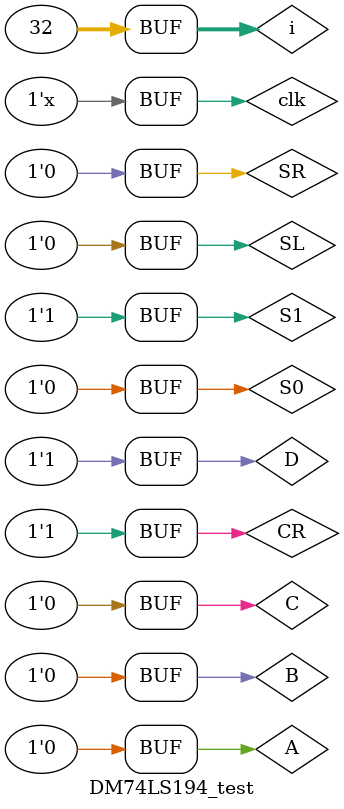
<source format=v>
`timescale 1ns / 1ps


module DM74LS194_test;

	// Inputs
	reg clk;
	reg CR;
	reg S1;
	reg S0;
	reg A;
	reg B;
	reg C;
	reg D;
	reg SL;
	reg SR;

	// Outputs
	wire QA;
	wire QB;
	wire QC;
	wire QD;

	// Instantiate the Unit Under Test (UUT)
	DM74LS164 uut (
		.clk(clk), 
		.CR(CR), 
		.S1(S1), 
		.S0(S0), 
		.A(A), 
		.B(B), 
		.C(C), 
		.D(D), 
		.SL(SL), 
		.SR(SR), 
		.QA(QA), 
		.QB(QB), 
		.QC(QC), 
		.QD(QD)
	);
	integer i;
	initial begin
		clk = 0;
		CR = 0;
		S1 = 0;
		S0 = 0;
		A = 0;
		B = 0;
		C = 0;
		D = 0;
		SL = 0;
		SR = 0;

		// Wait 100 ns for global reset to finish
		#100;
      SR=1;
		SL=0;
		S0=1;
		CR=1;
		S1=0;
		#200;
		CR=0;
		#40;
		CR=1;
		S1=1;
		S0=0;
		SL=1;
		#100;
		A=1;
		S0=1;
		SR=0;
		SL=0;
		#60;
		S1=0;
		S0=0;
		#50;
		S0=1;
		#70;
		S1=1;
		A=0;
		D=1;
		#40;
		S0=0;
		#100;
		// Add stimulus here
		
	end
   always @*
		for(i=0;i<32;i=i+1)begin
		#20;
			clk<=~clk;
		end   
      
endmodule


</source>
